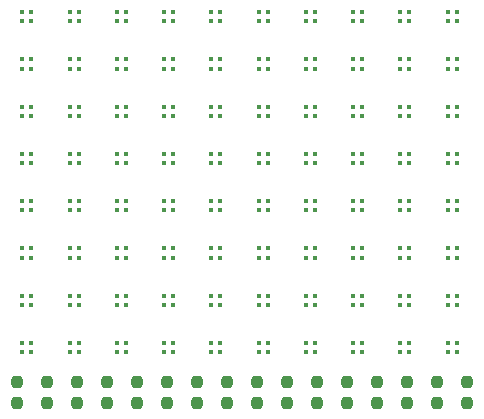
<source format=gbr>
%TF.GenerationSoftware,KiCad,Pcbnew,(6.0.10)*%
%TF.CreationDate,2023-02-01T20:58:39-08:00*%
%TF.ProjectId,pico8t-matrix,7069636f-3874-42d6-9d61-747269782e6b,rev?*%
%TF.SameCoordinates,Original*%
%TF.FileFunction,Paste,Top*%
%TF.FilePolarity,Positive*%
%FSLAX46Y46*%
G04 Gerber Fmt 4.6, Leading zero omitted, Abs format (unit mm)*
G04 Created by KiCad (PCBNEW (6.0.10)) date 2023-02-01 20:58:39*
%MOMM*%
%LPD*%
G01*
G04 APERTURE LIST*
G04 Aperture macros list*
%AMRoundRect*
0 Rectangle with rounded corners*
0 $1 Rounding radius*
0 $2 $3 $4 $5 $6 $7 $8 $9 X,Y pos of 4 corners*
0 Add a 4 corners polygon primitive as box body*
4,1,4,$2,$3,$4,$5,$6,$7,$8,$9,$2,$3,0*
0 Add four circle primitives for the rounded corners*
1,1,$1+$1,$2,$3*
1,1,$1+$1,$4,$5*
1,1,$1+$1,$6,$7*
1,1,$1+$1,$8,$9*
0 Add four rect primitives between the rounded corners*
20,1,$1+$1,$2,$3,$4,$5,0*
20,1,$1+$1,$4,$5,$6,$7,0*
20,1,$1+$1,$6,$7,$8,$9,0*
20,1,$1+$1,$8,$9,$2,$3,0*%
G04 Aperture macros list end*
%ADD10R,0.450000X0.450000*%
%ADD11RoundRect,0.237500X-0.237500X0.250000X-0.237500X-0.250000X0.237500X-0.250000X0.237500X0.250000X0*%
G04 APERTURE END LIST*
D10*
%TO.C,D42*%
X51625000Y-31565000D03*
X51625000Y-30795000D03*
X52395000Y-30795000D03*
X52395000Y-31565000D03*
%TD*%
%TO.C,D45*%
X63625000Y-31565000D03*
X63625000Y-30795000D03*
X64395000Y-30795000D03*
X64395000Y-31565000D03*
%TD*%
%TO.C,D51*%
X47625000Y-35565000D03*
X47625000Y-34795000D03*
X48395000Y-34795000D03*
X48395000Y-35565000D03*
%TD*%
%TO.C,D76*%
X67625000Y-43565000D03*
X67625000Y-42795000D03*
X68395000Y-42795000D03*
X68395000Y-43565000D03*
%TD*%
%TO.C,D73*%
X55625000Y-43565000D03*
X55625000Y-42795000D03*
X56395000Y-42795000D03*
X56395000Y-43565000D03*
%TD*%
%TO.C,D61*%
X47625000Y-39565000D03*
X47625000Y-38795000D03*
X48395000Y-38795000D03*
X48395000Y-39565000D03*
%TD*%
%TO.C,D14*%
X59625000Y-19565000D03*
X59625000Y-18795000D03*
X60395000Y-18795000D03*
X60395000Y-19565000D03*
%TD*%
%TO.C,D1*%
X47625000Y-15565000D03*
X47625000Y-14795000D03*
X48395000Y-14795000D03*
X48395000Y-15565000D03*
%TD*%
%TO.C,D24*%
X59625000Y-23565000D03*
X59625000Y-22795000D03*
X60395000Y-22795000D03*
X60395000Y-23565000D03*
%TD*%
%TO.C,D20*%
X43625000Y-23565000D03*
X43625000Y-22795000D03*
X44395000Y-22795000D03*
X44395000Y-23565000D03*
%TD*%
%TO.C,D33*%
X55625000Y-27565000D03*
X55625000Y-26795000D03*
X56395000Y-26795000D03*
X56395000Y-27565000D03*
%TD*%
%TO.C,D7*%
X71625000Y-15565000D03*
X71625000Y-14795000D03*
X72395000Y-14795000D03*
X72395000Y-15565000D03*
%TD*%
%TO.C,D59*%
X79625000Y-35565000D03*
X79625000Y-34795000D03*
X80395000Y-34795000D03*
X80395000Y-35565000D03*
%TD*%
%TO.C,D2*%
X51625000Y-15565000D03*
X51625000Y-14795000D03*
X52395000Y-14795000D03*
X52395000Y-15565000D03*
%TD*%
%TO.C,D5*%
X63625000Y-15565000D03*
X63625000Y-14795000D03*
X64395000Y-14795000D03*
X64395000Y-15565000D03*
%TD*%
%TO.C,D50*%
X43625000Y-35565000D03*
X43625000Y-34795000D03*
X44395000Y-34795000D03*
X44395000Y-35565000D03*
%TD*%
%TO.C,D9*%
X79625000Y-15565000D03*
X79625000Y-14795000D03*
X80395000Y-14795000D03*
X80395000Y-15565000D03*
%TD*%
%TO.C,D22*%
X51625000Y-23565000D03*
X51625000Y-22795000D03*
X52395000Y-22795000D03*
X52395000Y-23565000D03*
%TD*%
%TO.C,D28*%
X75625000Y-23565000D03*
X75625000Y-22795000D03*
X76395000Y-22795000D03*
X76395000Y-23565000D03*
%TD*%
%TO.C,D46*%
X67625000Y-31565000D03*
X67625000Y-30795000D03*
X68395000Y-30795000D03*
X68395000Y-31565000D03*
%TD*%
%TO.C,D17*%
X71625000Y-19565000D03*
X71625000Y-18795000D03*
X72395000Y-18795000D03*
X72395000Y-19565000D03*
%TD*%
%TO.C,D29*%
X79625000Y-23565000D03*
X79625000Y-22795000D03*
X80395000Y-22795000D03*
X80395000Y-23565000D03*
%TD*%
%TO.C,D18*%
X75625000Y-19565000D03*
X75625000Y-18795000D03*
X76395000Y-18795000D03*
X76395000Y-19565000D03*
%TD*%
%TO.C,D37*%
X71625000Y-27565000D03*
X71625000Y-26795000D03*
X72395000Y-26795000D03*
X72395000Y-27565000D03*
%TD*%
%TO.C,D56*%
X67625000Y-35565000D03*
X67625000Y-34795000D03*
X68395000Y-34795000D03*
X68395000Y-35565000D03*
%TD*%
%TO.C,D19*%
X79625000Y-19565000D03*
X79625000Y-18795000D03*
X80395000Y-18795000D03*
X80395000Y-19565000D03*
%TD*%
%TO.C,D53*%
X55625000Y-35565000D03*
X55625000Y-34795000D03*
X56395000Y-34795000D03*
X56395000Y-35565000D03*
%TD*%
%TO.C,D47*%
X71625000Y-31565000D03*
X71625000Y-30795000D03*
X72395000Y-30795000D03*
X72395000Y-31565000D03*
%TD*%
%TO.C,D69*%
X79625000Y-39565000D03*
X79625000Y-38795000D03*
X80395000Y-38795000D03*
X80395000Y-39565000D03*
%TD*%
%TO.C,D67*%
X71625000Y-39565000D03*
X71625000Y-38795000D03*
X72395000Y-38795000D03*
X72395000Y-39565000D03*
%TD*%
%TO.C,D43*%
X55625000Y-31565000D03*
X55625000Y-30795000D03*
X56395000Y-30795000D03*
X56395000Y-31565000D03*
%TD*%
%TO.C,D68*%
X75625000Y-39565000D03*
X75625000Y-38795000D03*
X76395000Y-38795000D03*
X76395000Y-39565000D03*
%TD*%
%TO.C,D58*%
X75625000Y-35565000D03*
X75625000Y-34795000D03*
X76395000Y-34795000D03*
X76395000Y-35565000D03*
%TD*%
%TO.C,D64*%
X59625000Y-39565000D03*
X59625000Y-38795000D03*
X60395000Y-38795000D03*
X60395000Y-39565000D03*
%TD*%
%TO.C,D71*%
X47625000Y-43565000D03*
X47625000Y-42795000D03*
X48395000Y-42795000D03*
X48395000Y-43565000D03*
%TD*%
%TO.C,D0*%
X43625000Y-15565000D03*
X43625000Y-14795000D03*
X44395000Y-14795000D03*
X44395000Y-15565000D03*
%TD*%
%TO.C,D26*%
X67625000Y-23565000D03*
X67625000Y-22795000D03*
X68395000Y-22795000D03*
X68395000Y-23565000D03*
%TD*%
%TO.C,D4*%
X59625000Y-15565000D03*
X59625000Y-14795000D03*
X60395000Y-14795000D03*
X60395000Y-15565000D03*
%TD*%
%TO.C,D40*%
X43625000Y-31565000D03*
X43625000Y-30795000D03*
X44395000Y-30795000D03*
X44395000Y-31565000D03*
%TD*%
%TO.C,D60*%
X43625000Y-39565000D03*
X43625000Y-38795000D03*
X44395000Y-38795000D03*
X44395000Y-39565000D03*
%TD*%
%TO.C,D31*%
X47625000Y-27565000D03*
X47625000Y-26795000D03*
X48395000Y-26795000D03*
X48395000Y-27565000D03*
%TD*%
%TO.C,D36*%
X67625000Y-27565000D03*
X67625000Y-26795000D03*
X68395000Y-26795000D03*
X68395000Y-27565000D03*
%TD*%
%TO.C,D52*%
X51625000Y-35565000D03*
X51625000Y-34795000D03*
X52395000Y-34795000D03*
X52395000Y-35565000D03*
%TD*%
%TO.C,D39*%
X79625000Y-27565000D03*
X79625000Y-26795000D03*
X80395000Y-26795000D03*
X80395000Y-27565000D03*
%TD*%
%TO.C,D49*%
X79625000Y-31565000D03*
X79625000Y-30795000D03*
X80395000Y-30795000D03*
X80395000Y-31565000D03*
%TD*%
%TO.C,D38*%
X75625000Y-27565000D03*
X75625000Y-26795000D03*
X76395000Y-26795000D03*
X76395000Y-27565000D03*
%TD*%
%TO.C,D62*%
X51625000Y-39565000D03*
X51625000Y-38795000D03*
X52395000Y-38795000D03*
X52395000Y-39565000D03*
%TD*%
%TO.C,D8*%
X75625000Y-15565000D03*
X75625000Y-14795000D03*
X76395000Y-14795000D03*
X76395000Y-15565000D03*
%TD*%
%TO.C,D34*%
X59625000Y-27565000D03*
X59625000Y-26795000D03*
X60395000Y-26795000D03*
X60395000Y-27565000D03*
%TD*%
%TO.C,D55*%
X63625000Y-35565000D03*
X63625000Y-34795000D03*
X64395000Y-34795000D03*
X64395000Y-35565000D03*
%TD*%
%TO.C,D75*%
X63625000Y-43565000D03*
X63625000Y-42795000D03*
X64395000Y-42795000D03*
X64395000Y-43565000D03*
%TD*%
%TO.C,D74*%
X59625000Y-43565000D03*
X59625000Y-42795000D03*
X60395000Y-42795000D03*
X60395000Y-43565000D03*
%TD*%
%TO.C,D70*%
X43625000Y-43565000D03*
X43625000Y-42795000D03*
X44395000Y-42795000D03*
X44395000Y-43565000D03*
%TD*%
%TO.C,D54*%
X59625000Y-35565000D03*
X59625000Y-34795000D03*
X60395000Y-34795000D03*
X60395000Y-35565000D03*
%TD*%
%TO.C,D25*%
X63625000Y-23565000D03*
X63625000Y-22795000D03*
X64395000Y-22795000D03*
X64395000Y-23565000D03*
%TD*%
%TO.C,D66*%
X67625000Y-39565000D03*
X67625000Y-38795000D03*
X68395000Y-38795000D03*
X68395000Y-39565000D03*
%TD*%
%TO.C,D12*%
X51625000Y-19565000D03*
X51625000Y-18795000D03*
X52395000Y-18795000D03*
X52395000Y-19565000D03*
%TD*%
%TO.C,D13*%
X55625000Y-19565000D03*
X55625000Y-18795000D03*
X56395000Y-18795000D03*
X56395000Y-19565000D03*
%TD*%
%TO.C,D48*%
X75625000Y-31565000D03*
X75625000Y-30795000D03*
X76395000Y-30795000D03*
X76395000Y-31565000D03*
%TD*%
%TO.C,D63*%
X55625000Y-39565000D03*
X55625000Y-38795000D03*
X56395000Y-38795000D03*
X56395000Y-39565000D03*
%TD*%
%TO.C,D44*%
X59625000Y-31565000D03*
X59625000Y-30795000D03*
X60395000Y-30795000D03*
X60395000Y-31565000D03*
%TD*%
%TO.C,D16*%
X67625000Y-19565000D03*
X67625000Y-18795000D03*
X68395000Y-18795000D03*
X68395000Y-19565000D03*
%TD*%
%TO.C,D6*%
X67625000Y-15565000D03*
X67625000Y-14795000D03*
X68395000Y-14795000D03*
X68395000Y-15565000D03*
%TD*%
%TO.C,D10*%
X43625000Y-19565000D03*
X43625000Y-18795000D03*
X44395000Y-18795000D03*
X44395000Y-19565000D03*
%TD*%
%TO.C,D79*%
X79625000Y-43565000D03*
X79625000Y-42795000D03*
X80395000Y-42795000D03*
X80395000Y-43565000D03*
%TD*%
%TO.C,D65*%
X63625000Y-39565000D03*
X63625000Y-38795000D03*
X64395000Y-38795000D03*
X64395000Y-39565000D03*
%TD*%
%TO.C,D57*%
X71625000Y-35565000D03*
X71625000Y-34795000D03*
X72395000Y-34795000D03*
X72395000Y-35565000D03*
%TD*%
%TO.C,D78*%
X75625000Y-43565000D03*
X75625000Y-42795000D03*
X76395000Y-42795000D03*
X76395000Y-43565000D03*
%TD*%
%TO.C,D32*%
X51625000Y-27565000D03*
X51625000Y-26795000D03*
X52395000Y-26795000D03*
X52395000Y-27565000D03*
%TD*%
%TO.C,D27*%
X71625000Y-23565000D03*
X71625000Y-22795000D03*
X72395000Y-22795000D03*
X72395000Y-23565000D03*
%TD*%
%TO.C,D15*%
X63625000Y-19565000D03*
X63625000Y-18795000D03*
X64395000Y-18795000D03*
X64395000Y-19565000D03*
%TD*%
%TO.C,D30*%
X43625000Y-27565000D03*
X43625000Y-26795000D03*
X44395000Y-26795000D03*
X44395000Y-27565000D03*
%TD*%
%TO.C,D41*%
X47625000Y-31565000D03*
X47625000Y-30795000D03*
X48395000Y-30795000D03*
X48395000Y-31565000D03*
%TD*%
%TO.C,D35*%
X63625000Y-27565000D03*
X63625000Y-26795000D03*
X64395000Y-26795000D03*
X64395000Y-27565000D03*
%TD*%
%TO.C,D3*%
X55625000Y-15565000D03*
X55625000Y-14795000D03*
X56395000Y-14795000D03*
X56395000Y-15565000D03*
%TD*%
%TO.C,D21*%
X47625000Y-23565000D03*
X47625000Y-22795000D03*
X48395000Y-22795000D03*
X48395000Y-23565000D03*
%TD*%
%TO.C,D23*%
X55625000Y-23565000D03*
X55625000Y-22795000D03*
X56395000Y-22795000D03*
X56395000Y-23565000D03*
%TD*%
%TO.C,D77*%
X71625000Y-43565000D03*
X71625000Y-42795000D03*
X72395000Y-42795000D03*
X72395000Y-43565000D03*
%TD*%
%TO.C,D11*%
X47625000Y-19565000D03*
X47625000Y-18795000D03*
X48395000Y-18795000D03*
X48395000Y-19565000D03*
%TD*%
%TO.C,D72*%
X51625000Y-43565000D03*
X51625000Y-42795000D03*
X52395000Y-42795000D03*
X52395000Y-43565000D03*
%TD*%
D11*
%TO.C,R7*%
X60960000Y-46077500D03*
X60960000Y-47902500D03*
%TD*%
%TO.C,R3*%
X50800000Y-46077500D03*
X50800000Y-47902500D03*
%TD*%
%TO.C,R11*%
X71120000Y-46077500D03*
X71120000Y-47902500D03*
%TD*%
%TO.C,R6*%
X58420000Y-46077500D03*
X58420000Y-47902500D03*
%TD*%
%TO.C,R4*%
X53340000Y-46077500D03*
X53340000Y-47902500D03*
%TD*%
%TO.C,R12*%
X73660000Y-46077500D03*
X73660000Y-47902500D03*
%TD*%
%TO.C,R0*%
X43180000Y-46077500D03*
X43180000Y-47902500D03*
%TD*%
%TO.C,R15*%
X81280000Y-46077500D03*
X81280000Y-47902500D03*
%TD*%
%TO.C,R8*%
X63500000Y-46077500D03*
X63500000Y-47902500D03*
%TD*%
%TO.C,R2*%
X48260000Y-46077500D03*
X48260000Y-47902500D03*
%TD*%
%TO.C,R10*%
X68580000Y-46077500D03*
X68580000Y-47902500D03*
%TD*%
%TO.C,R1*%
X45720000Y-46077500D03*
X45720000Y-47902500D03*
%TD*%
%TO.C,R5*%
X55880000Y-46077500D03*
X55880000Y-47902500D03*
%TD*%
%TO.C,R13*%
X76200000Y-46077500D03*
X76200000Y-47902500D03*
%TD*%
%TO.C,R14*%
X78740000Y-46077500D03*
X78740000Y-47902500D03*
%TD*%
%TO.C,R9*%
X66040000Y-46077500D03*
X66040000Y-47902500D03*
%TD*%
M02*

</source>
